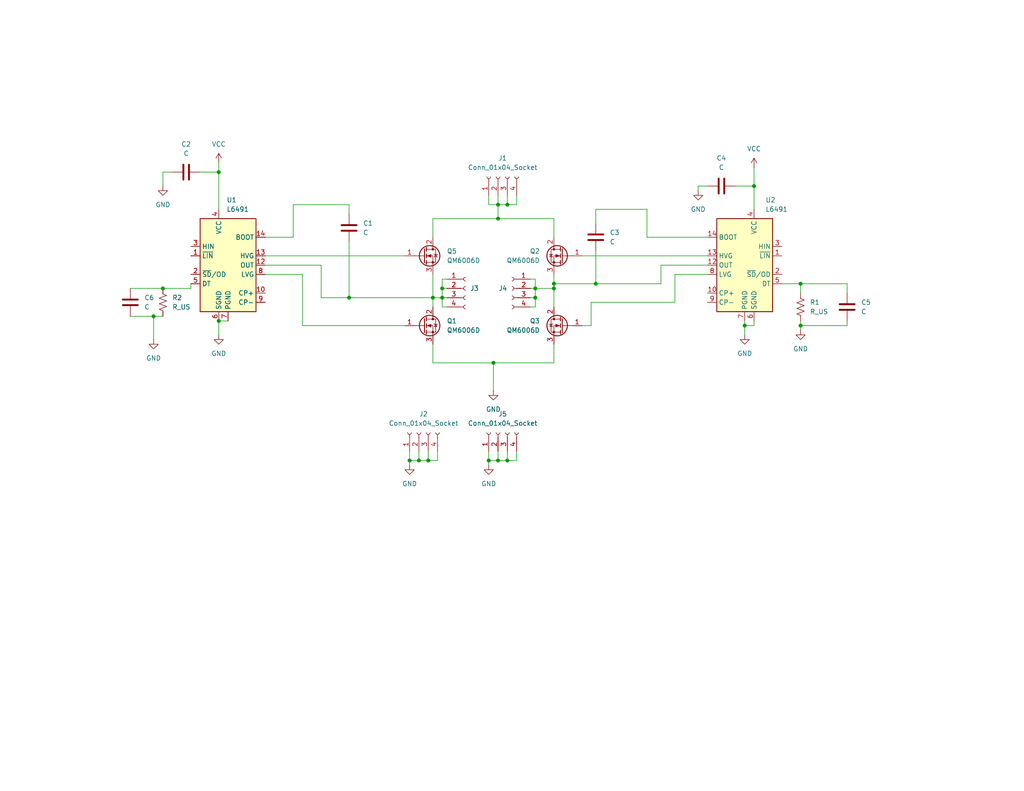
<source format=kicad_sch>
(kicad_sch (version 20250114) (generator "eeschema") (generator_version "9.0")
  (paper "USLetter")
  (title_block (title "PHM-30A") (date "2025-11-21") (rev "1.0") (company "ITLA-HUB") (comment 1 "Carlos Pichardo Viuque"))
  (lib_symbols
    (symbol "Connector:Conn_01x04_Socket" (pin_names (offset 1.016) (hide yes))
      (property "Reference" "J" (at 0 5.08 0))
      (property "Value" "Conn_01x04_Socket" (at 0 -7.62 0))
      (symbol "Conn_01x04_Socket_1_1"
        (polyline (pts (xy -1.27 2.54) (xy -0.508 2.54)) (stroke (width 0.1524)))
        (polyline (pts (xy -1.27 0) (xy -0.508 0)) (stroke (width 0.1524)))
        (polyline (pts (xy -1.27 -2.54) (xy -0.508 -2.54)) (stroke (width 0.1524)))
        (polyline (pts (xy -1.27 -5.08) (xy -0.508 -5.08)) (stroke (width 0.1524)))
        (arc (start 0 2.032) (mid -0.5058 2.54) (end 0 3.048) (stroke (width 0.1524)))
        (arc (start 0 -0.508) (mid -0.5058 0) (end 0 0.508) (stroke (width 0.1524)))
        (arc (start 0 -3.048) (mid -0.5058 -2.54) (end 0 -2.032) (stroke (width 0.1524)))
        (arc (start 0 -5.588) (mid -0.5058 -5.08) (end 0 -4.572) (stroke (width 0.1524)))
        (pin passive line (at -5.08 2.54 0) (length 3.81) (name "Pin_1") (number "1"))
        (pin passive line (at -5.08 0 0) (length 3.81) (name "Pin_2") (number "2"))
        (pin passive line (at -5.08 -2.54 0) (length 3.81) (name "Pin_3") (number "3"))
        (pin passive line (at -5.08 -5.08 0) (length 3.81) (name "Pin_4") (number "4"))
      )
    )
    (symbol "Device:C" (pin_numbers (hide yes)) (pin_names (offset 0.254))
      (property "Reference" "C" (at 0.635 2.54 0))
      (property "Value" "C" (at 0.635 -2.54 0))
      (symbol "C_0_1"
        (polyline (pts (xy -2.032 0.762) (xy 2.032 0.762)) (stroke (width 0.508)))
        (polyline (pts (xy -2.032 -0.762) (xy 2.032 -0.762)) (stroke (width 0.508)))
      )
      (symbol "C_1_1"
        (pin passive line (at 0 3.81 270) (length 2.794) (name "~") (number "1"))
        (pin passive line (at 0 -3.81 90) (length 2.794) (name "~") (number "2"))
      )
    )
    (symbol "Device:R_US" (pin_numbers (hide yes)) (pin_names (offset 0))
      (property "Reference" "R" (at 2.54 0 90))
      (property "Value" "R_US" (at -2.54 0 90))
      (symbol "R_US_0_1"
        (polyline (pts (xy 0 2.286) (xy 0 2.54)))
        (polyline (pts (xy 0 2.286) (xy 1.016 1.905) (xy 0 1.524) (xy -1.016 1.143) (xy 0 0.762)))
        (polyline (pts (xy 0 0.762) (xy 1.016 0.381) (xy 0 0) (xy -1.016 -0.381) (xy 0 -0.762)))
        (polyline (pts (xy 0 -0.762) (xy 1.016 -1.143) (xy 0 -1.524) (xy -1.016 -1.905) (xy 0 -2.286)))
        (polyline (pts (xy 0 -2.286) (xy 0 -2.54)))
      )
      (symbol "R_US_1_1"
        (pin passive line (at 0 3.81 270) (length 1.27) (name "~") (number "1"))
        (pin passive line (at 0 -3.81 90) (length 1.27) (name "~") (number "2"))
      )
    )
    (symbol "Driver_FET:L6491"
      (property "Reference" "U" (at -7.62 15.24 0))
      (property "Value" "L6491" (at 7.62 15.24 0))
      (symbol "L6491_0_1"
        (rectangle (start -7.62 -12.7) (end 7.62 12.7) (stroke (width 0.254)) (fill (type background)))
      )
      (symbol "L6491_1_1"
        (pin input line (at -10.16 5.08 0) (length 2.54) (name "HIN") (number "3"))
        (pin input line (at -10.16 2.54 0) (length 2.54) (name "~{LIN}") (number "1"))
        (pin input line (at -10.16 -2.54 0) (length 2.54) (name "~{SD}/OD") (number "2"))
        (pin input line (at -10.16 -5.08 0) (length 2.54) (name "DT") (number "5"))
        (pin power_in line (at -2.54 15.24 270) (length 2.54) (name "VCC") (number "4"))
        (pin power_in line (at -2.54 -15.24 90) (length 2.54) (name "SGND") (number "6"))
        (pin power_in line (at 0 -15.24 90) (length 2.54) (name "PGND") (number "7"))
        (pin no_connect line (at 7.62 -5.08 180) (length 2.54) (hide yes) (name "NC") (number "11"))
        (pin passive line (at 10.16 7.62 180) (length 2.54) (name "BOOT") (number "14"))
        (pin output line (at 10.16 2.54 180) (length 2.54) (name "HVG") (number "13"))
        (pin input line (at 10.16 0 180) (length 2.54) (name "OUT") (number "12"))
        (pin output line (at 10.16 -2.54 180) (length 2.54) (name "LVG") (number "8"))
        (pin input line (at 10.16 -7.62 180) (length 2.54) (name "CP+") (number "10"))
        (pin input line (at 10.16 -10.16 180) (length 2.54) (name "CP-") (number "9"))
      )
    )
    (symbol "Transistor_FET:QM6006D" (pin_names (hide yes))
      (property "Reference" "Q" (at 5.08 1.905 0))
      (property "Value" "QM6006D" (at 5.08 0 0))
      (symbol "QM6006D_0_1"
        (polyline (pts (xy 0.254 1.905) (xy 0.254 -1.905)) (stroke (width 0.254)))
        (polyline (pts (xy 0.254 0) (xy -2.54 0)))
        (polyline (pts (xy 0.762 2.286) (xy 0.762 1.27)) (stroke (width 0.254)))
        (polyline (pts (xy 0.762 0.508) (xy 0.762 -0.508)) (stroke (width 0.254)))
        (polyline (pts (xy 0.762 -1.27) (xy 0.762 -2.286)) (stroke (width 0.254)))
        (polyline (pts (xy 0.762 -1.778) (xy 3.302 -1.778) (xy 3.302 1.778) (xy 0.762 1.778)))
        (polyline (pts (xy 1.016 0) (xy 2.032 0.381) (xy 2.032 -0.381) (xy 1.016 0)) (fill (type outline)))
        (circle (center 1.651 0) (radius 2.794) (stroke (width 0.254)))
        (polyline (pts (xy 2.54 2.54) (xy 2.54 1.778)))
        (circle (center 2.54 1.778) (radius 0.254) (fill (type outline)))
        (circle (center 2.54 -1.778) (radius 0.254) (fill (type outline)))
        (polyline (pts (xy 2.54 -2.54) (xy 2.54 0) (xy 0.762 0)))
        (polyline (pts (xy 2.794 0.508) (xy 2.921 0.381) (xy 3.683 0.381) (xy 3.81 0.254)))
        (polyline (pts (xy 3.302 0.381) (xy 2.921 -0.254) (xy 3.683 -0.254) (xy 3.302 0.381)))
      )
      (symbol "QM6006D_1_1"
        (pin input line (at -5.08 0 0) (length 2.54) (name "G") (number "1"))
        (pin passive line (at 2.54 5.08 270) (length 2.54) (name "D") (number "2"))
        (pin passive line (at 2.54 -5.08 90) (length 2.54) (name "S") (number "3"))
      )
    )
    (symbol "power:GND" (power) (pin_numbers (hide yes)) (pin_names (offset 0) (hide yes))
      (property "Value" "GND" (at 0 -3.81 0))
      (symbol "GND_0_1"
        (polyline (pts (xy 0 0) (xy 0 -1.27) (xy 1.27 -1.27) (xy 0 -2.54) (xy -1.27 -1.27) (xy 0 -1.27)))
      )
      (symbol "GND_1_1"
        (pin power_in line (at 0 0 270) (length 0) (name "~") (number "1"))
      )
    )
    (symbol "power:VCC" (power) (pin_numbers (hide yes)) (pin_names (offset 0) (hide yes))
      (property "Value" "VCC" (at 0 3.556 0))
      (symbol "VCC_0_1"
        (polyline (pts (xy -0.762 1.27) (xy 0 2.54)))
        (polyline (pts (xy 0 2.54) (xy 0.762 1.27)))
        (polyline (pts (xy 0 0) (xy 0 2.54)))
      )
      (symbol "VCC_1_1"
        (pin power_in line (at 0 0 90) (length 0) (name "~") (number "1"))
      )
    )
  )
  (junction (at 146.05 78.74))
  (junction (at 120.65 78.74))
  (junction (at 138.43 125.73))
  (junction (at 218.44 77.47))
  (junction (at 138.43 55.88))
  (junction (at 44.45 78.74))
  (junction (at 133.35 125.73))
  (junction (at 162.56 77.47))
  (junction (at 151.13 77.47))
  (junction (at 41.91 86.36))
  (junction (at 151.13 78.74))
  (junction (at 218.44 88.9))
  (junction (at 135.89 59.69))
  (junction (at 205.74 50.8))
  (junction (at 59.69 46.99))
  (junction (at 95.25 81.28))
  (junction (at 146.05 81.28))
  (junction (at 120.65 81.28))
  (junction (at 135.89 125.73))
  (junction (at 116.84 125.73))
  (junction (at 59.69 87.63))
  (junction (at 114.3 125.73))
  (junction (at 111.76 125.73))
  (junction (at 134.62 99.06))
  (junction (at 118.11 81.28))
  (junction (at 135.89 55.88))
  (junction (at 203.2 88.9))
  (wire (pts (xy 231.14 77.47) (xy 231.14 80.01)))
  (wire (pts (xy 138.43 123.19) (xy 138.43 125.73)))
  (wire (pts (xy 72.39 74.93) (xy 82.55 74.93)))
  (wire (pts (xy 41.91 86.36) (xy 41.91 92.71)))
  (wire (pts (xy 133.35 53.34) (xy 133.35 55.88)))
  (wire (pts (xy 140.97 55.88) (xy 138.43 55.88)))
  (wire (pts (xy 231.14 87.63) (xy 231.14 88.9)))
  (wire (pts (xy 72.39 69.85) (xy 110.49 69.85)))
  (wire (pts (xy 161.29 88.9) (xy 158.75 88.9)))
  (wire (pts (xy 114.3 125.73) (xy 111.76 125.73)))
  (wire (pts (xy 135.89 55.88) (xy 135.89 59.69)))
  (wire (pts (xy 218.44 87.63) (xy 218.44 88.9)))
  (wire (pts (xy 205.74 45.72) (xy 205.74 50.8)))
  (wire (pts (xy 146.05 78.74) (xy 151.13 78.74)))
  (wire (pts (xy 146.05 83.82) (xy 146.05 81.28)))
  (wire (pts (xy 158.75 69.85) (xy 193.04 69.85)))
  (wire (pts (xy 72.39 64.77) (xy 80.01 64.77)))
  (wire (pts (xy 161.29 82.55) (xy 161.29 88.9)))
  (wire (pts (xy 119.38 123.19) (xy 119.38 125.73)))
  (wire (pts (xy 151.13 74.93) (xy 151.13 77.47)))
  (wire (pts (xy 184.15 74.93) (xy 193.04 74.93)))
  (wire (pts (xy 144.78 78.74) (xy 146.05 78.74)))
  (wire (pts (xy 135.89 123.19) (xy 135.89 125.73)))
  (wire (pts (xy 62.23 87.63) (xy 59.69 87.63)))
  (wire (pts (xy 161.29 82.55) (xy 184.15 82.55)))
  (wire (pts (xy 205.74 50.8) (xy 205.74 57.15)))
  (wire (pts (xy 121.92 76.2) (xy 120.65 76.2)))
  (wire (pts (xy 118.11 93.98) (xy 118.11 99.06)))
  (wire (pts (xy 119.38 125.73) (xy 116.84 125.73)))
  (wire (pts (xy 146.05 76.2) (xy 146.05 78.74)))
  (wire (pts (xy 118.11 74.93) (xy 118.11 81.28)))
  (wire (pts (xy 52.07 78.74) (xy 52.07 77.47)))
  (wire (pts (xy 176.53 64.77) (xy 176.53 57.15)))
  (wire (pts (xy 140.97 123.19) (xy 140.97 125.73)))
  (wire (pts (xy 138.43 55.88) (xy 135.89 55.88)))
  (wire (pts (xy 111.76 123.19) (xy 111.76 125.73)))
  (wire (pts (xy 118.11 81.28) (xy 118.11 83.82)))
  (wire (pts (xy 218.44 88.9) (xy 218.44 90.17)))
  (wire (pts (xy 190.5 52.07) (xy 190.5 50.8)))
  (wire (pts (xy 135.89 59.69) (xy 151.13 59.69)))
  (wire (pts (xy 134.62 99.06) (xy 134.62 106.68)))
  (wire (pts (xy 151.13 59.69) (xy 151.13 64.77)))
  (wire (pts (xy 193.04 72.39) (xy 180.34 72.39)))
  (wire (pts (xy 120.65 78.74) (xy 120.65 81.28)))
  (wire (pts (xy 87.63 81.28) (xy 95.25 81.28)))
  (wire (pts (xy 203.2 87.63) (xy 203.2 88.9)))
  (wire (pts (xy 44.45 46.99) (xy 44.45 50.8)))
  (wire (pts (xy 120.65 76.2) (xy 120.65 78.74)))
  (wire (pts (xy 35.56 86.36) (xy 41.91 86.36)))
  (wire (pts (xy 121.92 81.28) (xy 120.65 81.28)))
  (wire (pts (xy 121.92 78.74) (xy 120.65 78.74)))
  (wire (pts (xy 140.97 53.34) (xy 140.97 55.88)))
  (wire (pts (xy 218.44 77.47) (xy 218.44 80.01)))
  (wire (pts (xy 118.11 64.77) (xy 118.11 59.69)))
  (wire (pts (xy 218.44 77.47) (xy 231.14 77.47)))
  (wire (pts (xy 176.53 64.77) (xy 193.04 64.77)))
  (wire (pts (xy 82.55 88.9) (xy 110.49 88.9)))
  (wire (pts (xy 82.55 74.93) (xy 82.55 88.9)))
  (wire (pts (xy 162.56 68.58) (xy 162.56 77.47)))
  (wire (pts (xy 87.63 72.39) (xy 87.63 81.28)))
  (wire (pts (xy 180.34 72.39) (xy 180.34 77.47)))
  (wire (pts (xy 118.11 81.28) (xy 120.65 81.28)))
  (wire (pts (xy 59.69 46.99) (xy 59.69 57.15)))
  (wire (pts (xy 41.91 86.36) (xy 44.45 86.36)))
  (wire (pts (xy 162.56 57.15) (xy 162.56 60.96)))
  (wire (pts (xy 138.43 125.73) (xy 135.89 125.73)))
  (wire (pts (xy 144.78 76.2) (xy 146.05 76.2)))
  (wire (pts (xy 80.01 55.88) (xy 80.01 64.77)))
  (wire (pts (xy 59.69 44.45) (xy 59.69 46.99)))
  (wire (pts (xy 116.84 125.73) (xy 114.3 125.73)))
  (wire (pts (xy 200.66 50.8) (xy 205.74 50.8)))
  (wire (pts (xy 44.45 46.99) (xy 46.99 46.99)))
  (wire (pts (xy 231.14 88.9) (xy 218.44 88.9)))
  (wire (pts (xy 59.69 87.63) (xy 59.69 91.44)))
  (wire (pts (xy 184.15 82.55) (xy 184.15 74.93)))
  (wire (pts (xy 190.5 50.8) (xy 193.04 50.8)))
  (wire (pts (xy 116.84 123.19) (xy 116.84 125.73)))
  (wire (pts (xy 134.62 99.06) (xy 151.13 99.06)))
  (wire (pts (xy 133.35 55.88) (xy 135.89 55.88)))
  (wire (pts (xy 144.78 83.82) (xy 146.05 83.82)))
  (wire (pts (xy 44.45 78.74) (xy 52.07 78.74)))
  (wire (pts (xy 72.39 72.39) (xy 87.63 72.39)))
  (wire (pts (xy 203.2 88.9) (xy 203.2 91.44)))
  (wire (pts (xy 135.89 53.34) (xy 135.89 55.88)))
  (wire (pts (xy 133.35 123.19) (xy 133.35 125.73)))
  (wire (pts (xy 138.43 53.34) (xy 138.43 55.88)))
  (wire (pts (xy 213.36 77.47) (xy 218.44 77.47)))
  (wire (pts (xy 144.78 81.28) (xy 146.05 81.28)))
  (wire (pts (xy 151.13 77.47) (xy 151.13 78.74)))
  (wire (pts (xy 35.56 78.74) (xy 44.45 78.74)))
  (wire (pts (xy 205.74 88.9) (xy 203.2 88.9)))
  (wire (pts (xy 118.11 59.69) (xy 135.89 59.69)))
  (wire (pts (xy 54.61 46.99) (xy 59.69 46.99)))
  (wire (pts (xy 95.25 55.88) (xy 95.25 58.42)))
  (wire (pts (xy 205.74 87.63) (xy 205.74 88.9)))
  (wire (pts (xy 80.01 55.88) (xy 95.25 55.88)))
  (wire (pts (xy 111.76 125.73) (xy 111.76 127)))
  (wire (pts (xy 151.13 99.06) (xy 151.13 93.98)))
  (wire (pts (xy 151.13 78.74) (xy 151.13 83.82)))
  (wire (pts (xy 140.97 125.73) (xy 138.43 125.73)))
  (wire (pts (xy 121.92 83.82) (xy 120.65 83.82)))
  (wire (pts (xy 95.25 81.28) (xy 118.11 81.28)))
  (wire (pts (xy 114.3 123.19) (xy 114.3 125.73)))
  (wire (pts (xy 135.89 125.73) (xy 133.35 125.73)))
  (wire (pts (xy 95.25 81.28) (xy 95.25 66.04)))
  (wire (pts (xy 162.56 77.47) (xy 180.34 77.47)))
  (wire (pts (xy 120.65 81.28) (xy 120.65 83.82)))
  (wire (pts (xy 151.13 77.47) (xy 162.56 77.47)))
  (wire (pts (xy 133.35 125.73) (xy 133.35 127)))
  (wire (pts (xy 118.11 99.06) (xy 134.62 99.06)))
  (wire (pts (xy 176.53 57.15) (xy 162.56 57.15)))
  (wire (pts (xy 146.05 81.28) (xy 146.05 78.74)))
  (symbol (lib_id "Connector:Conn_01x04_Socket") (at 127 78.74 0) (unit 1)
    (property "Reference" "J3" (at 128.27 78.7399 0) (effects (justify left)))
    (property "Value" "Conn_01x04_Socket" (effects (hide yes)))
    (property "Footprint" "Connector_Castellated_Ray:Connector_Castellated_1x04" (effects (hide yes)))
    (property "Description" "Generic connector, single row, 01x04, script generated" (effects (hide yes)))
  )
  (symbol (lib_id "Driver_FET:L6491") (at 203.2 72.39 0) (mirror y) (unit 1)
    (property "Reference" "U2" (at 208.8581 54.61 0) (effects (justify right)))
    (property "Value" "L6491" (at 208.8581 57.15 0) (effects (justify right)))
    (property "Footprint" "Package_SO:SO-14_3.9x8.65mm_P1.27mm" (effects (hide yes)))
    (property "Datasheet" "https://www.st.com/resource/en/datasheet/l6491.pdf" (effects (hide yes)))
    (property "Description" "High voltage high and low-side 4 A gate driver, SO-14" (effects (hide yes)))
  )
  (symbol (lib_id "Device:C") (at 196.85 50.8 90) (unit 1)
    (property "Reference" "C4" (at 196.85 43.18 90))
    (property "Value" "C" (at 196.85 45.72 90))
    (property "Footprint" "Capacitor_SMD:C_0805_2012Metric" (effects (hide yes)))
    (property "Description" "Unpolarized capacitor" (effects (hide yes)))
  )
  (symbol (lib_id "power:GND") (at 218.44 90.17 0) (unit 1)
    (property "Reference" "#PWR09" (effects (hide yes)))
    (property "Value" "GND" (at 218.44 95.25 0))
    (property "Description" "Power symbol creates a global label with name \"GND\" , ground" (effects (hide yes)))
  )
  (symbol (lib_id "power:VCC") (at 205.74 45.72 0) (unit 1)
    (property "Reference" "#PWR07" (effects (hide yes)))
    (property "Value" "VCC" (at 205.74 40.64 0))
    (property "Description" "Power symbol creates a global label with name \"VCC\"" (effects (hide yes)))
  )
  (symbol (lib_id "Transistor_FET:QM6006D") (at 115.57 88.9 0) (unit 1)
    (property "Reference" "Q1" (at 121.92 87.6299 0) (effects (justify left)))
    (property "Value" "QM6006D" (at 121.92 90.1699 0) (effects (justify left)))
    (property "Footprint" "Package_TO_SOT_SMD:TO-252-2" (effects (hide yes)))
    (property "Datasheet" "http://www.jaolen.com/images/pdf/QM6006D.pdf" (effects (hide yes)))
    (property "Description" "35A Id, 60V Vds, N-Channel Power MOSFET, 18mOhm Ron, 19.3nC Qg (typ), TO252" (effects (hide yes)))
  )
  (symbol (lib_id "power:GND") (at 203.2 91.44 0) (unit 1)
    (property "Reference" "#PWR08" (effects (hide yes)))
    (property "Value" "GND" (at 203.2 96.52 0))
    (property "Description" "Power symbol creates a global label with name \"GND\" , ground" (effects (hide yes)))
  )
  (symbol (lib_id "Device:C") (at 35.56 82.55 180) (unit 1)
    (property "Reference" "C6" (at 39.37 81.2799 0) (effects (justify right)))
    (property "Value" "C" (at 39.37 83.8199 0) (effects (justify right)))
    (property "Footprint" "Capacitor_SMD:C_0603_1608Metric" (effects (hide yes)))
    (property "Description" "Unpolarized capacitor" (effects (hide yes)))
  )
  (symbol (lib_id "Connector:Conn_01x04_Socket") (at 114.3 118.11 90) (unit 1)
    (property "Reference" "J2" (at 115.57 113.03 90))
    (property "Value" "Conn_01x04_Socket" (at 115.57 115.57 90))
    (property "Footprint" "Connector_Castellated_Ray:Connector_Castellated_1x04" (effects (hide yes)))
    (property "Description" "Generic connector, single row, 01x04, script generated" (effects (hide yes)))
  )
  (symbol (lib_id "Device:C") (at 50.8 46.99 270) (unit 1)
    (property "Reference" "C2" (at 50.8 39.37 90))
    (property "Value" "C" (at 50.8 41.91 90))
    (property "Footprint" "Capacitor_SMD:C_0805_2012Metric" (effects (hide yes)))
    (property "Description" "Unpolarized capacitor" (effects (hide yes)))
  )
  (symbol (lib_id "Transistor_FET:QM6006D") (at 153.67 88.9 0) (mirror y) (unit 1)
    (property "Reference" "Q3" (at 147.32 87.6299 0) (effects (justify left)))
    (property "Value" "QM6006D" (at 147.32 90.1699 0) (effects (justify left)))
    (property "Footprint" "Package_TO_SOT_SMD:TO-252-2" (effects (hide yes)))
    (property "Datasheet" "http://www.jaolen.com/images/pdf/QM6006D.pdf" (effects (hide yes)))
    (property "Description" "35A Id, 60V Vds, N-Channel Power MOSFET, 18mOhm Ron, 19.3nC Qg (typ), TO252" (effects (hide yes)))
  )
  (symbol (lib_id "Connector:Conn_01x04_Socket") (at 135.89 48.26 90) (unit 1)
    (property "Reference" "J1" (at 137.16 43.18 90))
    (property "Value" "Conn_01x04_Socket" (at 137.16 45.72 90))
    (property "Footprint" "Connector_Castellated_Ray:Connector_Castellated_1x04" (effects (hide yes)))
    (property "Description" "Generic connector, single row, 01x04, script generated" (effects (hide yes)))
  )
  (symbol (lib_id "Device:R_US") (at 218.44 83.82 0) (unit 1)
    (property "Reference" "R1" (at 220.98 82.5499 0) (effects (justify left)))
    (property "Value" "R_US" (at 220.98 85.0899 0) (effects (justify left)))
    (property "Footprint" "Resistor_SMD:R_0603_1608Metric" (effects (hide yes)))
    (property "Description" "Resistor, US symbol" (effects (hide yes)))
  )
  (symbol (lib_id "Transistor_FET:QM6006D") (at 115.57 69.85 0) (unit 1)
    (property "Reference" "Q5" (at 121.92 68.5799 0) (effects (justify left)))
    (property "Value" "QM6006D" (at 121.92 71.1199 0) (effects (justify left)))
    (property "Footprint" "Package_TO_SOT_SMD:TO-252-2" (effects (hide yes)))
    (property "Datasheet" "http://www.jaolen.com/images/pdf/QM6006D.pdf" (effects (hide yes)))
    (property "Description" "35A Id, 60V Vds, N-Channel Power MOSFET, 18mOhm Ron, 19.3nC Qg (typ), TO252" (effects (hide yes)))
  )
  (symbol (lib_id "power:GND") (at 41.91 92.71 0) (unit 1)
    (property "Reference" "#PWR011" (effects (hide yes)))
    (property "Value" "GND" (at 41.91 97.79 0))
    (property "Description" "Power symbol creates a global label with name \"GND\" , ground" (effects (hide yes)))
  )
  (symbol (lib_id "Transistor_FET:QM6006D") (at 153.67 69.85 0) (mirror y) (unit 1)
    (property "Reference" "Q2" (at 147.32 68.5799 0) (effects (justify left)))
    (property "Value" "QM6006D" (at 147.32 71.1199 0) (effects (justify left)))
    (property "Footprint" "Package_TO_SOT_SMD:TO-252-2" (effects (hide yes)))
    (property "Datasheet" "http://www.jaolen.com/images/pdf/QM6006D.pdf" (effects (hide yes)))
    (property "Description" "35A Id, 60V Vds, N-Channel Power MOSFET, 18mOhm Ron, 19.3nC Qg (typ), TO252" (effects (hide yes)))
  )
  (symbol (lib_id "Connector:Conn_01x04_Socket") (at 135.89 118.11 90) (unit 1)
    (property "Reference" "J5" (at 137.16 113.03 90))
    (property "Value" "Conn_01x04_Socket" (at 137.16 115.57 90))
    (property "Footprint" "Connector_Castellated_Ray:Connector_Castellated_1x04" (effects (hide yes)))
    (property "Description" "Generic connector, single row, 01x04, script generated" (effects (hide yes)))
  )
  (symbol (lib_id "Device:C") (at 231.14 83.82 180) (unit 1)
    (property "Reference" "C5" (at 234.95 82.5499 0) (effects (justify right)))
    (property "Value" "C" (at 234.95 85.0899 0) (effects (justify right)))
    (property "Footprint" "Capacitor_SMD:C_0603_1608Metric" (effects (hide yes)))
    (property "Description" "Unpolarized capacitor" (effects (hide yes)))
  )
  (symbol (lib_id "power:GND") (at 111.76 127 0) (unit 1)
    (property "Reference" "#PWR06" (effects (hide yes)))
    (property "Value" "GND" (at 111.76 132.08 0))
    (property "Description" "Power symbol creates a global label with name \"GND\" , ground" (effects (hide yes)))
  )
  (symbol (lib_id "Device:R_US") (at 44.45 82.55 0) (unit 1)
    (property "Reference" "R2" (at 46.99 81.2799 0) (effects (justify left)))
    (property "Value" "R_US" (at 46.99 83.8199 0) (effects (justify left)))
    (property "Footprint" "Resistor_SMD:R_0603_1608Metric" (effects (hide yes)))
    (property "Description" "Resistor, US symbol" (effects (hide yes)))
  )
  (symbol (lib_id "power:GND") (at 133.35 127 0) (unit 1)
    (property "Reference" "#PWR04" (effects (hide yes)))
    (property "Value" "GND" (at 133.35 132.08 0))
    (property "Description" "Power symbol creates a global label with name \"GND\" , ground" (effects (hide yes)))
  )
  (symbol (lib_id "Device:C") (at 162.56 64.77 0) (unit 1)
    (property "Reference" "C3" (at 166.37 63.4999 0) (effects (justify left)))
    (property "Value" "C" (at 166.37 66.0399 0) (effects (justify left)))
    (property "Footprint" "Capacitor_SMD:C_0805_2012Metric" (effects (hide yes)))
    (property "Description" "Unpolarized capacitor" (effects (hide yes)))
  )
  (symbol (lib_id "power:GND") (at 59.69 91.44 0) (unit 1)
    (property "Reference" "#PWR010" (effects (hide yes)))
    (property "Value" "GND" (at 59.69 96.52 0))
    (property "Description" "Power symbol creates a global label with name \"GND\" , ground" (effects (hide yes)))
  )
  (symbol (lib_id "power:GND") (at 44.45 50.8 0) (unit 1)
    (property "Reference" "#PWR02" (effects (hide yes)))
    (property "Value" "GND" (at 44.45 55.88 0))
    (property "Description" "Power symbol creates a global label with name \"GND\" , ground" (effects (hide yes)))
  )
  (symbol (lib_id "power:VCC") (at 59.69 44.45 0) (unit 1)
    (property "Reference" "#PWR05" (effects (hide yes)))
    (property "Value" "VCC" (at 59.69 39.37 0))
    (property "Description" "Power symbol creates a global label with name \"VCC\"" (effects (hide yes)))
  )
  (symbol (lib_id "Connector:Conn_01x04_Socket") (at 139.7 78.74 0) (mirror y) (unit 1)
    (property "Reference" "J4" (at 138.43 78.7399 0) (effects (justify left)))
    (property "Value" "Conn_01x04_Socket" (effects (hide yes)))
    (property "Footprint" "Connector_Castellated_Ray:Connector_Castellated_1x04" (effects (hide yes)))
    (property "Description" "Generic connector, single row, 01x04, script generated" (effects (hide yes)))
  )
  (symbol (lib_id "power:GND") (at 190.5 52.07 0) (unit 1)
    (property "Reference" "#PWR01" (effects (hide yes)))
    (property "Value" "GND" (at 190.5 57.15 0))
    (property "Description" "Power symbol creates a global label with name \"GND\" , ground" (effects (hide yes)))
  )
  (symbol (lib_id "power:GND") (at 134.62 106.68 0) (unit 1)
    (property "Reference" "#PWR03" (effects (hide yes)))
    (property "Value" "GND" (at 134.62 111.76 0))
    (property "Description" "Power symbol creates a global label with name \"GND\" , ground" (effects (hide yes)))
  )
  (symbol (lib_id "Driver_FET:L6491") (at 62.23 72.39 0) (unit 1)
    (property "Reference" "U1" (at 61.8333 54.61 0) (effects (justify left)))
    (property "Value" "L6491" (at 61.8333 57.15 0) (effects (justify left)))
    (property "Footprint" "Package_SO:SO-14_3.9x8.65mm_P1.27mm" (effects (hide yes)))
    (property "Datasheet" "https://www.st.com/resource/en/datasheet/l6491.pdf" (effects (hide yes)))
    (property "Description" "High voltage high and low-side 4 A gate driver, SO-14" (effects (hide yes)))
  )
  (symbol (lib_id "Device:C") (at 95.25 62.23 0) (unit 1)
    (property "Reference" "C1" (at 99.06 60.9599 0) (effects (justify left)))
    (property "Value" "C" (at 99.06 63.4999 0) (effects (justify left)))
    (property "Footprint" "Capacitor_SMD:C_0805_2012Metric" (effects (hide yes)))
    (property "Description" "Unpolarized capacitor" (effects (hide yes)))
  )
)
</source>
